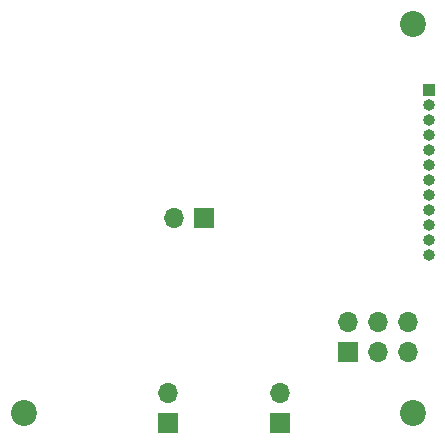
<source format=gbr>
%TF.GenerationSoftware,KiCad,Pcbnew,(6.0.0)*%
%TF.CreationDate,2022-01-21T19:20:27+01:00*%
%TF.ProjectId,DotBot,446f7442-6f74-42e6-9b69-6361645f7063,rev?*%
%TF.SameCoordinates,Original*%
%TF.FileFunction,Soldermask,Bot*%
%TF.FilePolarity,Negative*%
%FSLAX46Y46*%
G04 Gerber Fmt 4.6, Leading zero omitted, Abs format (unit mm)*
G04 Created by KiCad (PCBNEW (6.0.0)) date 2022-01-21 19:20:27*
%MOMM*%
%LPD*%
G01*
G04 APERTURE LIST*
%ADD10R,1.700000X1.700000*%
%ADD11O,1.700000X1.700000*%
%ADD12R,1.000000X1.000000*%
%ADD13O,1.000000X1.000000*%
%ADD14C,2.200000*%
G04 APERTURE END LIST*
D10*
%TO.C,J1*%
X90750000Y-79350000D03*
D11*
X90750000Y-76810000D03*
%TD*%
D10*
%TO.C,J2*%
X100200000Y-79300000D03*
D11*
X100200000Y-76760000D03*
%TD*%
D10*
%TO.C,J4*%
X93812000Y-61926000D03*
D11*
X91272000Y-61926000D03*
%TD*%
D12*
%TO.C,J5*%
X112800000Y-51100000D03*
D13*
X112800000Y-52370000D03*
X112800000Y-53640000D03*
X112800000Y-54910000D03*
X112800000Y-56180000D03*
X112800000Y-57450000D03*
X112800000Y-58720000D03*
X112800000Y-59990000D03*
X112800000Y-61260000D03*
X112800000Y-62530000D03*
X112800000Y-63800000D03*
X112800000Y-65070000D03*
%TD*%
D10*
%TO.C,J6*%
X106000000Y-73300000D03*
D11*
X106000000Y-70760000D03*
X108540000Y-73300000D03*
X108540000Y-70760000D03*
X111080000Y-73300000D03*
X111080000Y-70760000D03*
%TD*%
D14*
%TO.C,REF\u002A\u002A*%
X111500000Y-78500000D03*
%TD*%
%TO.C,REF\u002A\u002A*%
X78500000Y-78500000D03*
%TD*%
%TO.C,REF\u002A\u002A*%
X111500000Y-45500000D03*
%TD*%
M02*

</source>
